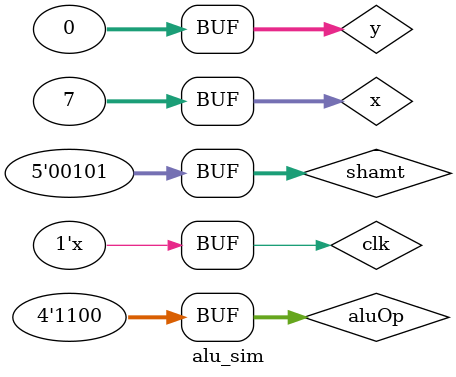
<source format=v>
`timescale 1ns / 1ps


module alu_sim(
    );
    reg [31:0] x, y;
    reg [3:0] aluOp;
    reg [4:0] shamt;
    wire [31:0] result;
    wire equal;
    reg clk = 0;
    alu alu(x, y, aluOp, shamt, result, equal);
    always #10 clk=~clk;
    initial begin
        x = 0;
        y = 0;
        aluOp = 0;
        shamt = 0;
        #10
        x = 32'b1111_1100_0101_1001_1110_0100_0001_1010;
        shamt = 5;
        aluOp = 1;
        #10
        x = 7;
        aluOp = 11;
        #10
        aluOp = 12;
    end
    
endmodule

</source>
